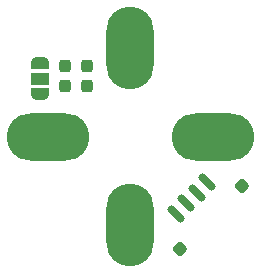
<source format=gbr>
%TF.GenerationSoftware,KiCad,Pcbnew,7.0.10*%
%TF.CreationDate,2024-01-07T23:47:08-08:00*%
%TF.ProjectId,AS5048B,41533530-3438-4422-9e6b-696361645f70,rev?*%
%TF.SameCoordinates,Original*%
%TF.FileFunction,Soldermask,Bot*%
%TF.FilePolarity,Negative*%
%FSLAX46Y46*%
G04 Gerber Fmt 4.6, Leading zero omitted, Abs format (unit mm)*
G04 Created by KiCad (PCBNEW 7.0.10) date 2024-01-07 23:47:08*
%MOMM*%
%LPD*%
G01*
G04 APERTURE LIST*
G04 Aperture macros list*
%AMRoundRect*
0 Rectangle with rounded corners*
0 $1 Rounding radius*
0 $2 $3 $4 $5 $6 $7 $8 $9 X,Y pos of 4 corners*
0 Add a 4 corners polygon primitive as box body*
4,1,4,$2,$3,$4,$5,$6,$7,$8,$9,$2,$3,0*
0 Add four circle primitives for the rounded corners*
1,1,$1+$1,$2,$3*
1,1,$1+$1,$4,$5*
1,1,$1+$1,$6,$7*
1,1,$1+$1,$8,$9*
0 Add four rect primitives between the rounded corners*
20,1,$1+$1,$2,$3,$4,$5,0*
20,1,$1+$1,$4,$5,$6,$7,0*
20,1,$1+$1,$6,$7,$8,$9,0*
20,1,$1+$1,$8,$9,$2,$3,0*%
%AMFreePoly0*
4,1,19,0.550000,-0.750000,0.000000,-0.750000,0.000000,-0.744911,-0.071157,-0.744911,-0.207708,-0.704816,-0.327430,-0.627875,-0.420627,-0.520320,-0.479746,-0.390866,-0.500000,-0.250000,-0.500000,0.250000,-0.479746,0.390866,-0.420627,0.520320,-0.327430,0.627875,-0.207708,0.704816,-0.071157,0.744911,0.000000,0.744911,0.000000,0.750000,0.550000,0.750000,0.550000,-0.750000,0.550000,-0.750000,
$1*%
%AMFreePoly1*
4,1,19,0.000000,0.744911,0.071157,0.744911,0.207708,0.704816,0.327430,0.627875,0.420627,0.520320,0.479746,0.390866,0.500000,0.250000,0.500000,-0.250000,0.479746,-0.390866,0.420627,-0.520320,0.327430,-0.627875,0.207708,-0.704816,0.071157,-0.744911,0.000000,-0.744911,0.000000,-0.750000,-0.550000,-0.750000,-0.550000,0.750000,0.000000,0.750000,0.000000,0.744911,0.000000,0.744911,
$1*%
G04 Aperture macros list end*
%ADD10O,7.000000X4.000000*%
%ADD11O,4.000000X7.000000*%
%ADD12RoundRect,0.237500X0.237500X-0.300000X0.237500X0.300000X-0.237500X0.300000X-0.237500X-0.300000X0*%
%ADD13RoundRect,0.237500X-0.237500X0.300000X-0.237500X-0.300000X0.237500X-0.300000X0.237500X0.300000X0*%
%ADD14FreePoly0,270.000000*%
%ADD15R,1.500000X1.000000*%
%ADD16FreePoly1,270.000000*%
%ADD17RoundRect,0.150000X-0.388909X0.601041X-0.601041X0.388909X0.388909X-0.601041X0.601041X-0.388909X0*%
%ADD18RoundRect,0.250000X0.000000X0.353553X-0.353553X0.000000X0.000000X-0.353553X0.353553X0.000000X0*%
G04 APERTURE END LIST*
D10*
%TO.C,REF\u002A\u002A*%
X143000000Y-150000000D03*
D11*
X150000000Y-142500000D03*
X150000000Y-157500000D03*
D10*
X157000000Y-150000000D03*
%TD*%
D12*
%TO.C,C1*%
X144452482Y-145710513D03*
X144452482Y-143985513D03*
%TD*%
D13*
%TO.C,C2*%
X146317537Y-143998555D03*
X146317537Y-145723555D03*
%TD*%
D14*
%TO.C,JP1*%
X142378749Y-143795817D03*
D15*
X142378749Y-145095817D03*
D16*
X142378749Y-146395817D03*
%TD*%
D17*
%TO.C,Je*%
X156517678Y-153866027D03*
X155633794Y-154749911D03*
X154749911Y-155633794D03*
X153866027Y-156517678D03*
D18*
X159487526Y-154219581D03*
X154219581Y-159487526D03*
%TD*%
M02*

</source>
